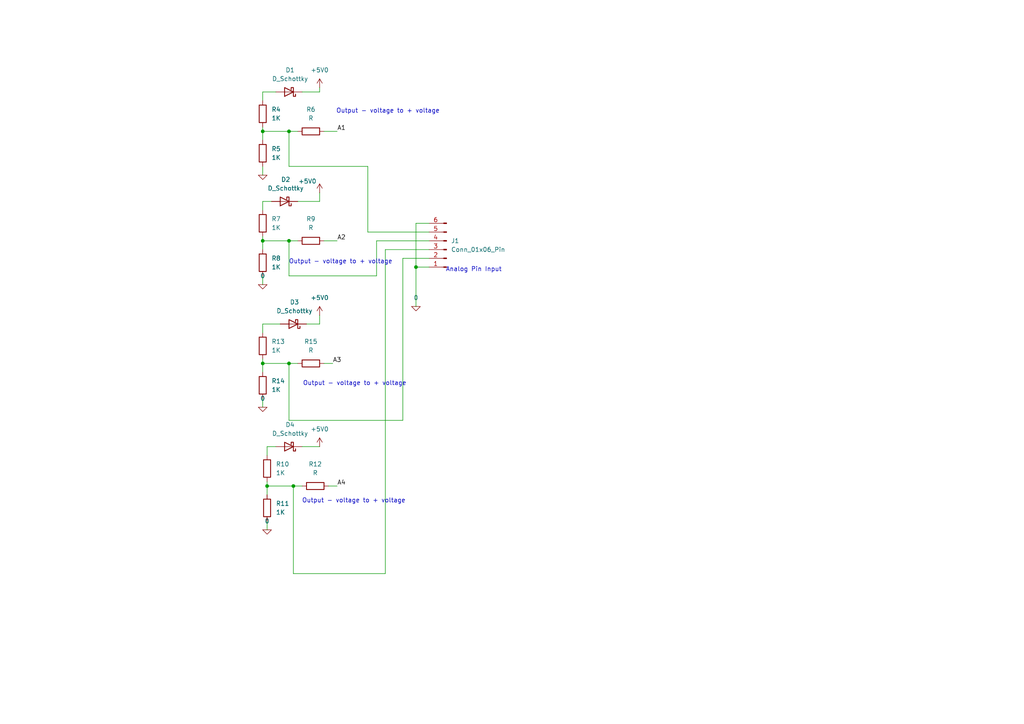
<source format=kicad_sch>
(kicad_sch (version 20231120) (generator "eeschema") (generator_version "8.0")
  (paper "A4")
  (lib_symbols
    (symbol "Connector:Conn_01x06_Pin" (pin_names (offset 1.016) hide)
      (property "Reference" "J" (at 0 7.62 0))
      (property "Value" "Conn_01x06_Pin" (at 0 -10.16 0))
      (symbol "Conn_01x06_Pin_1_1"
        (polyline (pts (xy 1.27 -7.62) (xy 0.8636 -7.62)) (stroke (width 0.1524)))
        (polyline (pts (xy 1.27 -5.08) (xy 0.8636 -5.08)) (stroke (width 0.1524)))
        (polyline (pts (xy 1.27 -2.54) (xy 0.8636 -2.54)) (stroke (width 0.1524)))
        (polyline (pts (xy 1.27 0) (xy 0.8636 0)) (stroke (width 0.1524)))
        (polyline (pts (xy 1.27 2.54) (xy 0.8636 2.54)) (stroke (width 0.1524)))
        (polyline (pts (xy 1.27 5.08) (xy 0.8636 5.08)) (stroke (width 0.1524)))
        (rectangle (start 0.8636 -7.493) (end 0 -7.747) (stroke (width 0.1524)) (fill (type outline)))
        (rectangle (start 0.8636 -4.953) (end 0 -5.207) (stroke (width 0.1524)) (fill (type outline)))
        (rectangle (start 0.8636 -2.413) (end 0 -2.667) (stroke (width 0.1524)) (fill (type outline)))
        (rectangle (start 0.8636 0.127) (end 0 -0.127) (stroke (width 0.1524)) (fill (type outline)))
        (rectangle (start 0.8636 2.667) (end 0 2.413) (stroke (width 0.1524)) (fill (type outline)))
        (rectangle (start 0.8636 5.207) (end 0 4.953) (stroke (width 0.1524)) (fill (type outline)))
        (pin passive line (at 5.08 5.08 180) (length 3.81) (name "Pin_1") (number "1"))
        (pin passive line (at 5.08 2.54 180) (length 3.81) (name "Pin_2") (number "2"))
        (pin passive line (at 5.08 0 180) (length 3.81) (name "Pin_3") (number "3"))
        (pin passive line (at 5.08 -2.54 180) (length 3.81) (name "Pin_4") (number "4"))
        (pin passive line (at 5.08 -5.08 180) (length 3.81) (name "Pin_5") (number "5"))
        (pin passive line (at 5.08 -7.62 180) (length 3.81) (name "Pin_6") (number "6"))
      )
    )
    (symbol "Device:D_Schottky" (pin_numbers hide) (pin_names (offset 1.016) hide)
      (property "Reference" "D" (at 0 2.54 0))
      (property "Value" "D_Schottky" (at 0 -2.54 0))
      (symbol "D_Schottky_0_1"
        (polyline (pts (xy 1.27 0) (xy -1.27 0)))
        (polyline (pts (xy 1.27 1.27) (xy 1.27 -1.27) (xy -1.27 0) (xy 1.27 1.27)) (stroke (width 0.254)))
        (polyline (pts (xy -1.905 0.635) (xy -1.905 1.27) (xy -1.27 1.27) (xy -1.27 -1.27) (xy -0.635 -1.27) (xy -0.635 -0.635)) (stroke (width 0.254)))
      )
      (symbol "D_Schottky_1_1"
        (pin passive line (at -3.81 0 0) (length 2.54) (name "K") (number "1"))
        (pin passive line (at 3.81 0 180) (length 2.54) (name "A") (number "2"))
      )
    )
    (symbol "Device:R" (pin_numbers hide) (pin_names (offset 0))
      (property "Reference" "R" (at 2.032 0 90))
      (property "Value" "R" (at 0 0 90))
      (symbol "R_0_1"
        (rectangle (start -1.016 -2.54) (end 1.016 2.54) (stroke (width 0.254)))
      )
      (symbol "R_1_1"
        (pin passive line (at 0 3.81 270) (length 1.27) (name "~") (number "1"))
        (pin passive line (at 0 -3.81 90) (length 1.27) (name "~") (number "2"))
      )
    )
    (symbol "Simulation_SPICE:0" (power) (pin_numbers hide) (pin_names (offset 0) hide)
      (property "Value" "0" (at 0 -2.54 0))
      (symbol "0_0_1"
        (polyline (pts (xy -1.27 0) (xy 0 -1.27) (xy 1.27 0) (xy -1.27 0)))
      )
      (symbol "0_1_1"
        (pin power_in line (at 0 0 0) (length 0) (name "~") (number "1"))
      )
    )
    (symbol "power:+1V0" (power) (pin_numbers hide) (pin_names (offset 0) hide)
      (property "Value" "+1V0" (at 0 3.556 0))
      (symbol "+1V0_0_1"
        (polyline (pts (xy -0.762 1.27) (xy 0 2.54)))
        (polyline (pts (xy 0 0) (xy 0 2.54)))
        (polyline (pts (xy 0 2.54) (xy 0.762 1.27)))
      )
      (symbol "+1V0_1_1"
        (pin power_in line (at 0 0 90) (length 0) (name "~") (number "1"))
      )
    )
  )
  (junction (at 120.65 77.47))
  (junction (at 76.2 38.1))
  (junction (at 76.2 69.85))
  (junction (at 83.82 105.41))
  (junction (at 77.47 140.97))
  (junction (at 76.2 105.41))
  (junction (at 85.09 140.97))
  (junction (at 83.82 69.85))
  (junction (at 83.82 38.1))
  (wire (pts (xy 76.2 36.83) (xy 76.2 38.1)))
  (wire (pts (xy 83.82 38.1) (xy 83.82 48.26)))
  (wire (pts (xy 76.2 68.58) (xy 76.2 69.85)))
  (wire (pts (xy 92.71 26.67) (xy 87.63 26.67)))
  (wire (pts (xy 76.2 26.67) (xy 76.2 29.21)))
  (wire (pts (xy 93.98 105.41) (xy 96.52 105.41)))
  (wire (pts (xy 124.46 64.77) (xy 120.65 64.77)))
  (wire (pts (xy 83.82 48.26) (xy 106.68 48.26)))
  (wire (pts (xy 77.47 140.97) (xy 77.47 143.51)))
  (wire (pts (xy 76.2 80.01) (xy 76.2 82.55)))
  (wire (pts (xy 76.2 96.52) (xy 76.2 93.98)))
  (wire (pts (xy 83.82 80.01) (xy 109.22 80.01)))
  (wire (pts (xy 83.82 38.1) (xy 86.36 38.1)))
  (wire (pts (xy 120.65 77.47) (xy 124.46 77.47)))
  (wire (pts (xy 92.71 25.4) (xy 92.71 26.67)))
  (wire (pts (xy 85.09 140.97) (xy 87.63 140.97)))
  (wire (pts (xy 85.09 140.97) (xy 85.09 166.37)))
  (wire (pts (xy 77.47 132.08) (xy 77.47 129.54)))
  (wire (pts (xy 76.2 115.57) (xy 76.2 118.11)))
  (wire (pts (xy 93.98 69.85) (xy 97.79 69.85)))
  (wire (pts (xy 77.47 140.97) (xy 85.09 140.97)))
  (wire (pts (xy 83.82 105.41) (xy 86.36 105.41)))
  (wire (pts (xy 83.82 69.85) (xy 83.82 80.01)))
  (wire (pts (xy 109.22 69.85) (xy 124.46 69.85)))
  (wire (pts (xy 76.2 104.14) (xy 76.2 105.41)))
  (wire (pts (xy 120.65 64.77) (xy 120.65 77.47)))
  (wire (pts (xy 111.76 72.39) (xy 111.76 166.37)))
  (wire (pts (xy 87.63 129.54) (xy 92.71 129.54)))
  (wire (pts (xy 76.2 38.1) (xy 76.2 40.64)))
  (wire (pts (xy 92.71 55.88) (xy 92.71 58.42)))
  (wire (pts (xy 76.2 93.98) (xy 81.28 93.98)))
  (wire (pts (xy 77.47 139.7) (xy 77.47 140.97)))
  (wire (pts (xy 77.47 129.54) (xy 80.01 129.54)))
  (wire (pts (xy 106.68 48.26) (xy 106.68 67.31)))
  (wire (pts (xy 83.82 121.92) (xy 116.84 121.92)))
  (wire (pts (xy 92.71 58.42) (xy 86.36 58.42)))
  (wire (pts (xy 76.2 48.26) (xy 76.2 50.8)))
  (wire (pts (xy 77.47 151.13) (xy 77.47 153.67)))
  (wire (pts (xy 76.2 58.42) (xy 76.2 60.96)))
  (wire (pts (xy 83.82 69.85) (xy 86.36 69.85)))
  (wire (pts (xy 76.2 69.85) (xy 76.2 72.39)))
  (wire (pts (xy 80.01 26.67) (xy 76.2 26.67)))
  (wire (pts (xy 92.71 93.98) (xy 92.71 91.44)))
  (wire (pts (xy 93.98 38.1) (xy 97.79 38.1)))
  (wire (pts (xy 76.2 105.41) (xy 76.2 107.95)))
  (wire (pts (xy 76.2 105.41) (xy 83.82 105.41)))
  (wire (pts (xy 116.84 74.93) (xy 124.46 74.93)))
  (wire (pts (xy 116.84 121.92) (xy 116.84 74.93)))
  (wire (pts (xy 78.74 58.42) (xy 76.2 58.42)))
  (wire (pts (xy 120.65 88.9) (xy 120.65 77.47)))
  (wire (pts (xy 111.76 72.39) (xy 124.46 72.39)))
  (wire (pts (xy 95.25 140.97) (xy 97.79 140.97)))
  (wire (pts (xy 106.68 67.31) (xy 124.46 67.31)))
  (wire (pts (xy 76.2 69.85) (xy 83.82 69.85)))
  (wire (pts (xy 109.22 80.01) (xy 109.22 69.85)))
  (wire (pts (xy 83.82 105.41) (xy 83.82 121.92)))
  (wire (pts (xy 88.9 93.98) (xy 92.71 93.98)))
  (wire (pts (xy 85.09 166.37) (xy 111.76 166.37)))
  (wire (pts (xy 76.2 38.1) (xy 83.82 38.1)))
  (text "Output - voltage to + voltage\n" (at 112.522 32.258 0) (effects (font (size 1.27 1.27))))
  (text "Output - voltage to + voltage\n" (at 102.87 111.252 0) (effects (font (size 1.27 1.27))))
  (text "Analog Pin Input\n\n" (at 137.414 79.248 0) (effects (font (size 1.27 1.27))))
  (text "Output - voltage to + voltage\n" (at 102.616 145.288 0) (effects (font (size 1.27 1.27))))
  (text "Output - voltage to + voltage\n" (at 98.806 75.946 0) (effects (font (size 1.27 1.27))))
  (label "A4" (at 97.79 140.97 0))
  (label "A2" (at 97.79 69.85 0))
  (label "A1" (at 97.79 38.1 0))
  (label "A3" (at 96.52 105.41 0))
  (symbol (lib_id "Device:R") (at 76.2 111.76 0) (unit 1)
    (property "Reference" "R14" (at 78.74 110.4899 0) (effects (justify left)))
    (property "Value" "1K" (at 78.74 113.0299 0) (effects (justify left)))
    (property "Description" "Resistor" (effects (hide yes)))
  )
  (symbol (lib_id "Device:R") (at 91.44 140.97 90) (unit 1)
    (property "Reference" "R12" (at 91.44 134.62 90))
    (property "Value" "R" (at 91.44 137.16 90))
    (property "Description" "Resistor" (effects (hide yes)))
  )
  (symbol (lib_id "Device:D_Schottky") (at 83.82 129.54 180) (unit 1)
    (property "Reference" "D4" (at 84.1375 123.19 0))
    (property "Value" "D_Schottky" (at 84.1375 125.73 0))
    (property "Description" "Schottky diode" (effects (hide yes)))
  )
  (symbol (lib_id "Connector:Conn_01x06_Pin") (at 129.54 72.39 180) (unit 1)
    (property "Reference" "J1" (at 130.81 69.8499 0) (effects (justify right)))
    (property "Value" "Conn_01x06_Pin" (at 130.81 72.3899 0) (effects (justify right)))
    (property "Description" "Generic connector, single row, 01x06, script generated" (effects (hide yes)))
  )
  (symbol (lib_id "Device:R") (at 76.2 100.33 0) (unit 1)
    (property "Reference" "R13" (at 78.74 99.0599 0) (effects (justify left)))
    (property "Value" "1K" (at 78.74 101.5999 0) (effects (justify left)))
    (property "Description" "Resistor" (effects (hide yes)))
  )
  (symbol (lib_id "Device:R") (at 76.2 33.02 0) (unit 1)
    (property "Reference" "R4" (at 78.74 31.7499 0) (effects (justify left)))
    (property "Value" "1K" (at 78.74 34.2899 0) (effects (justify left)))
    (property "Description" "Resistor" (effects (hide yes)))
  )
  (symbol (lib_id "Device:D_Schottky") (at 83.82 26.67 180) (unit 1)
    (property "Reference" "D1" (at 84.1375 20.32 0))
    (property "Value" "D_Schottky" (at 84.1375 22.86 0))
    (property "Description" "Schottky diode" (effects (hide yes)))
  )
  (symbol (lib_id "Simulation_SPICE:0") (at 76.2 50.8 0) (unit 1)
    (property "Reference" "#GND02" (effects (hide yes)))
    (property "Value" "0" (at 76.2 -5.08 0))
    (property "Datasheet" "https://ngspice.sourceforge.io/docs/ngspice-html-manual/manual.xhtml#subsec_Circuit_elements__device" (effects (hide yes)))
    (property "Description" "0V reference potential for simulation" (effects (hide yes)))
  )
  (symbol (lib_id "Device:R") (at 90.17 69.85 90) (unit 1)
    (property "Reference" "R9" (at 90.17 63.5 90))
    (property "Value" "R" (at 90.17 66.04 90))
    (property "Description" "Resistor" (effects (hide yes)))
  )
  (symbol (lib_id "Device:R") (at 77.47 147.32 0) (unit 1)
    (property "Reference" "R11" (at 80.01 146.0499 0) (effects (justify left)))
    (property "Value" "1K" (at 80.01 148.5899 0) (effects (justify left)))
    (property "Description" "Resistor" (effects (hide yes)))
  )
  (symbol (lib_id "power:+1V0") (at 92.71 25.4 0) (unit 1)
    (property "Reference" "#PWR02" (effects (hide yes)))
    (property "Value" "+5V0" (at 92.71 20.32 0))
    (property "Description" "Power symbol creates a global label with name \"+1V0\"" (effects (hide yes)))
  )
  (symbol (lib_id "Device:D_Schottky") (at 85.09 93.98 180) (unit 1)
    (property "Reference" "D3" (at 85.4075 87.63 0))
    (property "Value" "D_Schottky" (at 85.4075 90.17 0))
    (property "Description" "Schottky diode" (effects (hide yes)))
  )
  (symbol (lib_id "power:+1V0") (at 92.71 129.54 0) (unit 1)
    (property "Reference" "#PWR05" (effects (hide yes)))
    (property "Value" "+5V0" (at 92.71 124.46 0))
    (property "Description" "Power symbol creates a global label with name \"+1V0\"" (effects (hide yes)))
  )
  (symbol (lib_id "power:+1V0") (at 92.71 91.44 0) (unit 1)
    (property "Reference" "#PWR01" (effects (hide yes)))
    (property "Value" "+5V0" (at 92.71 86.36 0))
    (property "Description" "Power symbol creates a global label with name \"+1V0\"" (effects (hide yes)))
  )
  (symbol (lib_id "Device:R") (at 76.2 44.45 0) (unit 1)
    (property "Reference" "R5" (at 78.74 43.1799 0) (effects (justify left)))
    (property "Value" "1K" (at 78.74 45.7199 0) (effects (justify left)))
    (property "Description" "Resistor" (effects (hide yes)))
  )
  (symbol (lib_id "Device:R") (at 76.2 64.77 0) (unit 1)
    (property "Reference" "R7" (at 78.74 63.4999 0) (effects (justify left)))
    (property "Value" "1K" (at 78.74 66.0399 0) (effects (justify left)))
    (property "Description" "Resistor" (effects (hide yes)))
  )
  (symbol (lib_id "Device:R") (at 90.17 105.41 90) (unit 1)
    (property "Reference" "R15" (at 90.17 99.06 90))
    (property "Value" "R" (at 90.17 101.6 90))
    (property "Description" "Resistor" (effects (hide yes)))
  )
  (symbol (lib_id "Device:R") (at 90.17 38.1 90) (unit 1)
    (property "Reference" "R6" (at 90.17 31.75 90))
    (property "Value" "R" (at 90.17 34.29 90))
    (property "Description" "Resistor" (effects (hide yes)))
  )
  (symbol (lib_id "Device:R") (at 76.2 76.2 0) (unit 1)
    (property "Reference" "R8" (at 78.74 74.9299 0) (effects (justify left)))
    (property "Value" "1K" (at 78.74 77.4699 0) (effects (justify left)))
    (property "Description" "Resistor" (effects (hide yes)))
  )
  (symbol (lib_id "Device:D_Schottky") (at 82.55 58.42 180) (unit 1)
    (property "Reference" "D2" (at 82.8675 52.07 0))
    (property "Value" "D_Schottky" (at 82.8675 54.61 0))
    (property "Description" "Schottky diode" (effects (hide yes)))
  )
  (symbol (lib_id "power:+1V0") (at 92.71 55.88 0) (unit 1)
    (property "Reference" "#PWR03" (effects (hide yes)))
    (property "Value" "+5V0" (at 89.154 52.578 0))
    (property "Description" "Power symbol creates a global label with name \"+1V0\"" (effects (hide yes)))
  )
  (symbol (lib_id "Simulation_SPICE:0") (at 120.65 88.9 0) (unit 1)
    (property "Reference" "#GND01" (effects (hide yes)))
    (property "Value" "0" (at 120.65 86.36 0))
    (property "Datasheet" "https://ngspice.sourceforge.io/docs/ngspice-html-manual/manual.xhtml#subsec_Circuit_elements__device" (effects (hide yes)))
    (property "Description" "0V reference potential for simulation" (effects (hide yes)))
  )
  (symbol (lib_id "Device:R") (at 77.47 135.89 0) (unit 1)
    (property "Reference" "R10" (at 80.01 134.6199 0) (effects (justify left)))
    (property "Value" "1K" (at 80.01 137.1599 0) (effects (justify left)))
    (property "Description" "Resistor" (effects (hide yes)))
  )
  (symbol (lib_id "Simulation_SPICE:0") (at 76.2 82.55 0) (unit 1)
    (property "Reference" "#GND03" (effects (hide yes)))
    (property "Value" "0" (at 76.2 80.01 0))
    (property "Datasheet" "https://ngspice.sourceforge.io/docs/ngspice-html-manual/manual.xhtml#subsec_Circuit_elements__device" (effects (hide yes)))
    (property "Description" "0V reference potential for simulation" (effects (hide yes)))
  )
  (symbol (lib_id "Simulation_SPICE:0") (at 77.47 153.67 0) (unit 1)
    (property "Reference" "#GND04" (effects (hide yes)))
    (property "Value" "0" (at 77.47 151.13 0))
    (property "Datasheet" "https://ngspice.sourceforge.io/docs/ngspice-html-manual/manual.xhtml#subsec_Circuit_elements__device" (effects (hide yes)))
    (property "Description" "0V reference potential for simulation" (effects (hide yes)))
  )
  (symbol (lib_id "Simulation_SPICE:0") (at 76.2 118.11 0) (unit 1)
    (property "Reference" "#GND05" (effects (hide yes)))
    (property "Value" "0" (at 76.2 115.57 0))
    (property "Datasheet" "https://ngspice.sourceforge.io/docs/ngspice-html-manual/manual.xhtml#subsec_Circuit_elements__device" (effects (hide yes)))
    (property "Description" "0V reference potential for simulation" (effects (hide yes)))
  )
)
</source>
